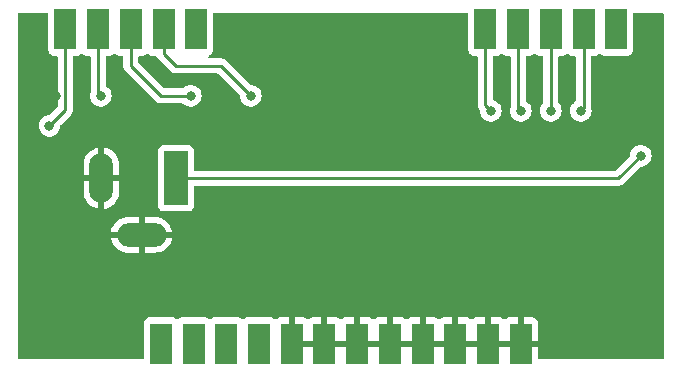
<source format=gbl>
%TF.GenerationSoftware,KiCad,Pcbnew,6.0.6-1.fc36*%
%TF.CreationDate,2022-07-20T00:31:47+02:00*%
%TF.ProjectId,atari-lpt-joysticks,61746172-692d-46c7-9074-2d6a6f797374,rev?*%
%TF.SameCoordinates,Original*%
%TF.FileFunction,Copper,L2,Bot*%
%TF.FilePolarity,Positive*%
%FSLAX46Y46*%
G04 Gerber Fmt 4.6, Leading zero omitted, Abs format (unit mm)*
G04 Created by KiCad (PCBNEW 6.0.6-1.fc36) date 2022-07-20 00:31:47*
%MOMM*%
%LPD*%
G01*
G04 APERTURE LIST*
%TA.AperFunction,SMDPad,CuDef*%
%ADD10R,1.846667X3.480000*%
%TD*%
%TA.AperFunction,ComponentPad*%
%ADD11R,2.000000X4.600000*%
%TD*%
%TA.AperFunction,ComponentPad*%
%ADD12O,2.000000X4.200000*%
%TD*%
%TA.AperFunction,ComponentPad*%
%ADD13O,4.200000X2.000000*%
%TD*%
%TA.AperFunction,ViaPad*%
%ADD14C,0.800000*%
%TD*%
%TA.AperFunction,Conductor*%
%ADD15C,0.250000*%
%TD*%
G04 APERTURE END LIST*
D10*
%TO.P,Joystick-3,1,1*%
%TO.N,Net-(Joystick-3-Pad1)*%
X93520000Y-65482500D03*
%TO.P,Joystick-3,2,2*%
%TO.N,Net-(Joystick-3-Pad2)*%
X96290000Y-65482500D03*
%TO.P,Joystick-3,3,3*%
%TO.N,Net-(Joystick-3-Pad3)*%
X99060000Y-65482500D03*
%TO.P,Joystick-3,4,4*%
%TO.N,Net-(Joystick-3-Pad4)*%
X101830000Y-65482500D03*
%TO.P,Joystick-3,5,5*%
%TO.N,unconnected-(Joystick-3-Pad5)*%
X104600000Y-65482500D03*
%TD*%
%TO.P,Joystick-4,1,1*%
%TO.N,Net-(Joystick-4-Pad1)*%
X129080000Y-65482500D03*
%TO.P,Joystick-4,2,2*%
%TO.N,Net-(Joystick-4-Pad2)*%
X131850000Y-65482500D03*
%TO.P,Joystick-4,3,3*%
%TO.N,Net-(Joystick-4-Pad3)*%
X134620000Y-65482500D03*
%TO.P,Joystick-4,4,4*%
%TO.N,Net-(Joystick-4-Pad4)*%
X137390000Y-65482500D03*
%TO.P,Joystick-4,5,5*%
%TO.N,unconnected-(Joystick-4-Pad5)*%
X140160000Y-65482500D03*
%TD*%
%TO.P,J1,14,P14*%
%TO.N,unconnected-(J1-Pad14)*%
X101605000Y-92097500D03*
%TO.P,J1,15,P15*%
%TO.N,unconnected-(J1-Pad15)*%
X104375000Y-92097500D03*
%TO.P,J1,16,P16*%
%TO.N,unconnected-(J1-Pad16)*%
X107145000Y-92097500D03*
%TO.P,J1,17,P17*%
%TO.N,unconnected-(J1-Pad17)*%
X109915000Y-92097500D03*
%TO.P,J1,18,P18*%
%TO.N,GND*%
X112685000Y-92097500D03*
%TO.P,J1,19,P19*%
X115455000Y-92097500D03*
%TO.P,J1,20,P20*%
X118225000Y-92097500D03*
%TO.P,J1,21,P21*%
X120995000Y-92097500D03*
%TO.P,J1,22,P22*%
X123765000Y-92097500D03*
%TO.P,J1,23,P23*%
X126535000Y-92097500D03*
%TO.P,J1,24,P24*%
X129305000Y-92097500D03*
%TO.P,J1,25,P25*%
X132075000Y-92097500D03*
%TD*%
D11*
%TO.P,J2,1*%
%TO.N,Net-(Joystick-3-Pad7)*%
X102870000Y-78090000D03*
D12*
%TO.P,J2,2*%
%TO.N,GND*%
X96570000Y-78090000D03*
D13*
%TO.P,J2,3*%
X99970000Y-82890000D03*
%TD*%
D14*
%TO.N,GND*%
X140962549Y-73656031D03*
X133350000Y-69850000D03*
X95250000Y-68580000D03*
X92710000Y-71120000D03*
X135890000Y-68580000D03*
%TO.N,Net-(Joystick-4-Pad4)*%
X137160000Y-72390000D03*
%TO.N,Net-(Joystick-3-Pad1)*%
X92164500Y-73660000D03*
%TO.N,Net-(Joystick-3-Pad4)*%
X109220000Y-71120000D03*
%TO.N,Net-(Joystick-3-Pad3)*%
X104140000Y-71120000D03*
%TO.N,Net-(Joystick-3-Pad2)*%
X96520000Y-71120000D03*
%TO.N,Net-(Joystick-3-Pad7)*%
X142240000Y-76200000D03*
%TO.N,Net-(Joystick-4-Pad3)*%
X134620000Y-72390000D03*
%TO.N,Net-(Joystick-4-Pad2)*%
X132080000Y-72390000D03*
%TO.N,Net-(Joystick-4-Pad1)*%
X129540000Y-72390000D03*
%TO.N,GND*%
X106680000Y-81280000D03*
X113030000Y-81280000D03*
X92710000Y-91440000D03*
X110490000Y-81280000D03*
X128270000Y-83820000D03*
X121920000Y-86360000D03*
X119380000Y-83820000D03*
X113030000Y-76200000D03*
X96520000Y-87630000D03*
X135890000Y-88900000D03*
X132080000Y-85090000D03*
%TD*%
D15*
%TO.N,Net-(Joystick-3-Pad1)*%
X92164500Y-73660000D02*
X93520000Y-72304500D01*
X93520000Y-72304500D02*
X93520000Y-65482500D01*
%TO.N,Net-(Joystick-3-Pad4)*%
X106680000Y-68580000D02*
X102870000Y-68580000D01*
X102870000Y-68580000D02*
X101830000Y-67540000D01*
X101830000Y-67540000D02*
X101830000Y-65482500D01*
%TO.N,Net-(Joystick-4-Pad4)*%
X137160000Y-72390000D02*
X137390000Y-72160000D01*
X137390000Y-72160000D02*
X137390000Y-65482500D01*
%TO.N,Net-(Joystick-4-Pad3)*%
X134620000Y-72390000D02*
X134620000Y-65482500D01*
%TO.N,Net-(Joystick-4-Pad2)*%
X132080000Y-72390000D02*
X131850000Y-72160000D01*
X131850000Y-72160000D02*
X131850000Y-65482500D01*
%TO.N,Net-(Joystick-4-Pad1)*%
X129540000Y-72390000D02*
X129080000Y-71930000D01*
X129080000Y-71930000D02*
X129080000Y-65482500D01*
%TO.N,Net-(Joystick-3-Pad4)*%
X106680000Y-68580000D02*
X109220000Y-71120000D01*
%TO.N,Net-(Joystick-3-Pad3)*%
X101600000Y-71120000D02*
X99060000Y-68580000D01*
X104140000Y-71120000D02*
X101600000Y-71120000D01*
X99060000Y-68580000D02*
X99060000Y-65482500D01*
%TO.N,Net-(Joystick-3-Pad2)*%
X96520000Y-71120000D02*
X96290000Y-70890000D01*
X96290000Y-70890000D02*
X96290000Y-65482500D01*
%TO.N,Net-(Joystick-3-Pad7)*%
X140350000Y-78090000D02*
X142240000Y-76200000D01*
X102870000Y-78090000D02*
X140350000Y-78090000D01*
%TD*%
%TA.AperFunction,Conductor*%
%TO.N,GND*%
G36*
X92030288Y-64103502D02*
G01*
X92076781Y-64157158D01*
X92088167Y-64209500D01*
X92088167Y-67270634D01*
X92094922Y-67332816D01*
X92146052Y-67469205D01*
X92233406Y-67585761D01*
X92349962Y-67673115D01*
X92486351Y-67724245D01*
X92548533Y-67731000D01*
X92760500Y-67731000D01*
X92828621Y-67751002D01*
X92875114Y-67804658D01*
X92886500Y-67857000D01*
X92886500Y-71989905D01*
X92866498Y-72058026D01*
X92849595Y-72079000D01*
X92214000Y-72714595D01*
X92151688Y-72748621D01*
X92124905Y-72751500D01*
X92069013Y-72751500D01*
X92062561Y-72752872D01*
X92062556Y-72752872D01*
X91994779Y-72767279D01*
X91882212Y-72791206D01*
X91876182Y-72793891D01*
X91876181Y-72793891D01*
X91713778Y-72866197D01*
X91713776Y-72866198D01*
X91707748Y-72868882D01*
X91553247Y-72981134D01*
X91548826Y-72986044D01*
X91548825Y-72986045D01*
X91470757Y-73072749D01*
X91425460Y-73123056D01*
X91329973Y-73288444D01*
X91270958Y-73470072D01*
X91250996Y-73660000D01*
X91270958Y-73849928D01*
X91329973Y-74031556D01*
X91425460Y-74196944D01*
X91553247Y-74338866D01*
X91707748Y-74451118D01*
X91713776Y-74453802D01*
X91713778Y-74453803D01*
X91876181Y-74526109D01*
X91882212Y-74528794D01*
X91975613Y-74548647D01*
X92062556Y-74567128D01*
X92062561Y-74567128D01*
X92069013Y-74568500D01*
X92259987Y-74568500D01*
X92266439Y-74567128D01*
X92266444Y-74567128D01*
X92353387Y-74548647D01*
X92446788Y-74528794D01*
X92452819Y-74526109D01*
X92615222Y-74453803D01*
X92615224Y-74453802D01*
X92621252Y-74451118D01*
X92775753Y-74338866D01*
X92903540Y-74196944D01*
X92999027Y-74031556D01*
X93058042Y-73849928D01*
X93075407Y-73684706D01*
X93102420Y-73619050D01*
X93111622Y-73608782D01*
X93912247Y-72808157D01*
X93920537Y-72800613D01*
X93927018Y-72796500D01*
X93973659Y-72746832D01*
X93976413Y-72743991D01*
X93996134Y-72724270D01*
X93998612Y-72721075D01*
X94006318Y-72712053D01*
X94031158Y-72685601D01*
X94036586Y-72679821D01*
X94046346Y-72662068D01*
X94057199Y-72645545D01*
X94064753Y-72635806D01*
X94069613Y-72629541D01*
X94087176Y-72588957D01*
X94092383Y-72578327D01*
X94113695Y-72539560D01*
X94115666Y-72531883D01*
X94115668Y-72531878D01*
X94118732Y-72519942D01*
X94125138Y-72501230D01*
X94130034Y-72489917D01*
X94133181Y-72482645D01*
X94140097Y-72438981D01*
X94142504Y-72427360D01*
X94151528Y-72392211D01*
X94151528Y-72392210D01*
X94153500Y-72384530D01*
X94153500Y-72364269D01*
X94155051Y-72344558D01*
X94156979Y-72332385D01*
X94158219Y-72324557D01*
X94154059Y-72280546D01*
X94153500Y-72268689D01*
X94153500Y-67857000D01*
X94173502Y-67788879D01*
X94227158Y-67742386D01*
X94279500Y-67731000D01*
X94491467Y-67731000D01*
X94553649Y-67724245D01*
X94690038Y-67673115D01*
X94806594Y-67585761D01*
X94811975Y-67578581D01*
X94815905Y-67574651D01*
X94878217Y-67540625D01*
X94949032Y-67545690D01*
X94994095Y-67574651D01*
X94998025Y-67578581D01*
X95003406Y-67585761D01*
X95119962Y-67673115D01*
X95256351Y-67724245D01*
X95318533Y-67731000D01*
X95530500Y-67731000D01*
X95598621Y-67751002D01*
X95645114Y-67804658D01*
X95656500Y-67857000D01*
X95656500Y-70811233D01*
X95655972Y-70822420D01*
X95654298Y-70829909D01*
X95654463Y-70835153D01*
X95649476Y-70859228D01*
X95628500Y-70923786D01*
X95626458Y-70930072D01*
X95606496Y-71120000D01*
X95626458Y-71309928D01*
X95685473Y-71491556D01*
X95688776Y-71497278D01*
X95688777Y-71497279D01*
X95702591Y-71521206D01*
X95780960Y-71656944D01*
X95785378Y-71661851D01*
X95785379Y-71661852D01*
X95872148Y-71758219D01*
X95908747Y-71798866D01*
X96063248Y-71911118D01*
X96069276Y-71913802D01*
X96069278Y-71913803D01*
X96217421Y-71979760D01*
X96237712Y-71988794D01*
X96331112Y-72008647D01*
X96418056Y-72027128D01*
X96418061Y-72027128D01*
X96424513Y-72028500D01*
X96615487Y-72028500D01*
X96621939Y-72027128D01*
X96621944Y-72027128D01*
X96708888Y-72008647D01*
X96802288Y-71988794D01*
X96822579Y-71979760D01*
X96970722Y-71913803D01*
X96970724Y-71913802D01*
X96976752Y-71911118D01*
X97131253Y-71798866D01*
X97167852Y-71758219D01*
X97254621Y-71661852D01*
X97254622Y-71661851D01*
X97259040Y-71656944D01*
X97337409Y-71521206D01*
X97351223Y-71497279D01*
X97351224Y-71497278D01*
X97354527Y-71491556D01*
X97413542Y-71309928D01*
X97433504Y-71120000D01*
X97413542Y-70930072D01*
X97354527Y-70748444D01*
X97259040Y-70583056D01*
X97131253Y-70441134D01*
X96976752Y-70328882D01*
X96978319Y-70326725D01*
X96937509Y-70283928D01*
X96923500Y-70226188D01*
X96923500Y-67857000D01*
X96943502Y-67788879D01*
X96997158Y-67742386D01*
X97049500Y-67731000D01*
X97261467Y-67731000D01*
X97323649Y-67724245D01*
X97460038Y-67673115D01*
X97576594Y-67585761D01*
X97581975Y-67578581D01*
X97585905Y-67574651D01*
X97648217Y-67540625D01*
X97719032Y-67545690D01*
X97764095Y-67574651D01*
X97768025Y-67578581D01*
X97773406Y-67585761D01*
X97889962Y-67673115D01*
X98026351Y-67724245D01*
X98088533Y-67731000D01*
X98300500Y-67731000D01*
X98368621Y-67751002D01*
X98415114Y-67804658D01*
X98426500Y-67857000D01*
X98426500Y-68501233D01*
X98425973Y-68512416D01*
X98424298Y-68519909D01*
X98424547Y-68527835D01*
X98424547Y-68527836D01*
X98426438Y-68587986D01*
X98426500Y-68591945D01*
X98426500Y-68619856D01*
X98426997Y-68623790D01*
X98426997Y-68623791D01*
X98427005Y-68623856D01*
X98427938Y-68635693D01*
X98429327Y-68679889D01*
X98434978Y-68699339D01*
X98438987Y-68718700D01*
X98441526Y-68738797D01*
X98444445Y-68746168D01*
X98444445Y-68746170D01*
X98457804Y-68779912D01*
X98461649Y-68791142D01*
X98473982Y-68833593D01*
X98478015Y-68840412D01*
X98478017Y-68840417D01*
X98484293Y-68851028D01*
X98492988Y-68868776D01*
X98500448Y-68887617D01*
X98505110Y-68894033D01*
X98505110Y-68894034D01*
X98526436Y-68923387D01*
X98532952Y-68933307D01*
X98555458Y-68971362D01*
X98569779Y-68985683D01*
X98582619Y-69000716D01*
X98594528Y-69017107D01*
X98600634Y-69022158D01*
X98628605Y-69045298D01*
X98637384Y-69053288D01*
X101096343Y-71512247D01*
X101103887Y-71520537D01*
X101108000Y-71527018D01*
X101113777Y-71532443D01*
X101157667Y-71573658D01*
X101160509Y-71576413D01*
X101180230Y-71596134D01*
X101183425Y-71598612D01*
X101192447Y-71606318D01*
X101224679Y-71636586D01*
X101231628Y-71640406D01*
X101242432Y-71646346D01*
X101258956Y-71657199D01*
X101274959Y-71669613D01*
X101315543Y-71687176D01*
X101326173Y-71692383D01*
X101364940Y-71713695D01*
X101372617Y-71715666D01*
X101372622Y-71715668D01*
X101384558Y-71718732D01*
X101403266Y-71725137D01*
X101421855Y-71733181D01*
X101429680Y-71734420D01*
X101429682Y-71734421D01*
X101465519Y-71740097D01*
X101477140Y-71742504D01*
X101512289Y-71751528D01*
X101519970Y-71753500D01*
X101540231Y-71753500D01*
X101559940Y-71755051D01*
X101579943Y-71758219D01*
X101587835Y-71757473D01*
X101593062Y-71756979D01*
X101623954Y-71754059D01*
X101635811Y-71753500D01*
X103431800Y-71753500D01*
X103499921Y-71773502D01*
X103519147Y-71789843D01*
X103519420Y-71789540D01*
X103524332Y-71793963D01*
X103528747Y-71798866D01*
X103550329Y-71814546D01*
X103617148Y-71863093D01*
X103683248Y-71911118D01*
X103689276Y-71913802D01*
X103689278Y-71913803D01*
X103837421Y-71979760D01*
X103857712Y-71988794D01*
X103951112Y-72008647D01*
X104038056Y-72027128D01*
X104038061Y-72027128D01*
X104044513Y-72028500D01*
X104235487Y-72028500D01*
X104241939Y-72027128D01*
X104241944Y-72027128D01*
X104328888Y-72008647D01*
X104422288Y-71988794D01*
X104442579Y-71979760D01*
X104590722Y-71913803D01*
X104590724Y-71913802D01*
X104596752Y-71911118D01*
X104751253Y-71798866D01*
X104787852Y-71758219D01*
X104874621Y-71661852D01*
X104874622Y-71661851D01*
X104879040Y-71656944D01*
X104957409Y-71521206D01*
X104971223Y-71497279D01*
X104971224Y-71497278D01*
X104974527Y-71491556D01*
X105033542Y-71309928D01*
X105053504Y-71120000D01*
X105033542Y-70930072D01*
X104974527Y-70748444D01*
X104879040Y-70583056D01*
X104751253Y-70441134D01*
X104596752Y-70328882D01*
X104590724Y-70326198D01*
X104590722Y-70326197D01*
X104428319Y-70253891D01*
X104428318Y-70253891D01*
X104422288Y-70251206D01*
X104328888Y-70231353D01*
X104241944Y-70212872D01*
X104241939Y-70212872D01*
X104235487Y-70211500D01*
X104044513Y-70211500D01*
X104038061Y-70212872D01*
X104038056Y-70212872D01*
X103951112Y-70231353D01*
X103857712Y-70251206D01*
X103851682Y-70253891D01*
X103851681Y-70253891D01*
X103689278Y-70326197D01*
X103689276Y-70326198D01*
X103683248Y-70328882D01*
X103528747Y-70441134D01*
X103524332Y-70446037D01*
X103519420Y-70450460D01*
X103518295Y-70449211D01*
X103464986Y-70482051D01*
X103431800Y-70486500D01*
X101914595Y-70486500D01*
X101846474Y-70466498D01*
X101825500Y-70449595D01*
X99730405Y-68354500D01*
X99696379Y-68292188D01*
X99693500Y-68265405D01*
X99693500Y-67857000D01*
X99713502Y-67788879D01*
X99767158Y-67742386D01*
X99819500Y-67731000D01*
X100031467Y-67731000D01*
X100093649Y-67724245D01*
X100230038Y-67673115D01*
X100346594Y-67585761D01*
X100351975Y-67578581D01*
X100355905Y-67574651D01*
X100418217Y-67540625D01*
X100489032Y-67545690D01*
X100534095Y-67574651D01*
X100538025Y-67578581D01*
X100543406Y-67585761D01*
X100659962Y-67673115D01*
X100796351Y-67724245D01*
X100858533Y-67731000D01*
X101135212Y-67731000D01*
X101203333Y-67751002D01*
X101240991Y-67795361D01*
X101243981Y-67793592D01*
X101254293Y-67811028D01*
X101262988Y-67828776D01*
X101270448Y-67847617D01*
X101275110Y-67854033D01*
X101275110Y-67854034D01*
X101296436Y-67883387D01*
X101302952Y-67893307D01*
X101325458Y-67931362D01*
X101339779Y-67945683D01*
X101352619Y-67960716D01*
X101364528Y-67977107D01*
X101370632Y-67982157D01*
X101370637Y-67982162D01*
X101398598Y-68005293D01*
X101407379Y-68013283D01*
X102366353Y-68972258D01*
X102373887Y-68980537D01*
X102378000Y-68987018D01*
X102403213Y-69010694D01*
X102427651Y-69033643D01*
X102430493Y-69036398D01*
X102450230Y-69056135D01*
X102453427Y-69058615D01*
X102462447Y-69066318D01*
X102494679Y-69096586D01*
X102501625Y-69100405D01*
X102501628Y-69100407D01*
X102512434Y-69106348D01*
X102528953Y-69117199D01*
X102544959Y-69129614D01*
X102552228Y-69132759D01*
X102552232Y-69132762D01*
X102585537Y-69147174D01*
X102596187Y-69152391D01*
X102634940Y-69173695D01*
X102642615Y-69175666D01*
X102642616Y-69175666D01*
X102654562Y-69178733D01*
X102673267Y-69185137D01*
X102691855Y-69193181D01*
X102699678Y-69194420D01*
X102699688Y-69194423D01*
X102735524Y-69200099D01*
X102747144Y-69202505D01*
X102782289Y-69211528D01*
X102789970Y-69213500D01*
X102810224Y-69213500D01*
X102829934Y-69215051D01*
X102849943Y-69218220D01*
X102857835Y-69217474D01*
X102893961Y-69214059D01*
X102905819Y-69213500D01*
X106365406Y-69213500D01*
X106433527Y-69233502D01*
X106454501Y-69250405D01*
X108272878Y-71068782D01*
X108306904Y-71131094D01*
X108309092Y-71144703D01*
X108326458Y-71309928D01*
X108385473Y-71491556D01*
X108388776Y-71497278D01*
X108388777Y-71497279D01*
X108402591Y-71521206D01*
X108480960Y-71656944D01*
X108485378Y-71661851D01*
X108485379Y-71661852D01*
X108572148Y-71758219D01*
X108608747Y-71798866D01*
X108763248Y-71911118D01*
X108769276Y-71913802D01*
X108769278Y-71913803D01*
X108917421Y-71979760D01*
X108937712Y-71988794D01*
X109031112Y-72008647D01*
X109118056Y-72027128D01*
X109118061Y-72027128D01*
X109124513Y-72028500D01*
X109315487Y-72028500D01*
X109321939Y-72027128D01*
X109321944Y-72027128D01*
X109408888Y-72008647D01*
X109502288Y-71988794D01*
X109522579Y-71979760D01*
X109670722Y-71913803D01*
X109670724Y-71913802D01*
X109676752Y-71911118D01*
X109831253Y-71798866D01*
X109867852Y-71758219D01*
X109954621Y-71661852D01*
X109954622Y-71661851D01*
X109959040Y-71656944D01*
X110037409Y-71521206D01*
X110051223Y-71497279D01*
X110051224Y-71497278D01*
X110054527Y-71491556D01*
X110113542Y-71309928D01*
X110133504Y-71120000D01*
X110113542Y-70930072D01*
X110054527Y-70748444D01*
X109959040Y-70583056D01*
X109831253Y-70441134D01*
X109676752Y-70328882D01*
X109670724Y-70326198D01*
X109670722Y-70326197D01*
X109508319Y-70253891D01*
X109508318Y-70253891D01*
X109502288Y-70251206D01*
X109408888Y-70231353D01*
X109321944Y-70212872D01*
X109321939Y-70212872D01*
X109315487Y-70211500D01*
X109259595Y-70211500D01*
X109191474Y-70191498D01*
X109170500Y-70174595D01*
X107183652Y-68187747D01*
X107176112Y-68179461D01*
X107172000Y-68172982D01*
X107122348Y-68126356D01*
X107119507Y-68123602D01*
X107099770Y-68103865D01*
X107096573Y-68101385D01*
X107087551Y-68093680D01*
X107061100Y-68068841D01*
X107055321Y-68063414D01*
X107048375Y-68059595D01*
X107048372Y-68059593D01*
X107037566Y-68053652D01*
X107021047Y-68042801D01*
X107020583Y-68042441D01*
X107005041Y-68030386D01*
X106997772Y-68027241D01*
X106997768Y-68027238D01*
X106964463Y-68012826D01*
X106953813Y-68007609D01*
X106915060Y-67986305D01*
X106895437Y-67981267D01*
X106876734Y-67974863D01*
X106865420Y-67969967D01*
X106865419Y-67969967D01*
X106858145Y-67966819D01*
X106850322Y-67965580D01*
X106850312Y-67965577D01*
X106814476Y-67959901D01*
X106802856Y-67957495D01*
X106767711Y-67948472D01*
X106767710Y-67948472D01*
X106760030Y-67946500D01*
X106739776Y-67946500D01*
X106720065Y-67944949D01*
X106707886Y-67943020D01*
X106700057Y-67941780D01*
X106692165Y-67942526D01*
X106656039Y-67945941D01*
X106644181Y-67946500D01*
X105735836Y-67946500D01*
X105667715Y-67926498D01*
X105621222Y-67872842D01*
X105611118Y-67802568D01*
X105640612Y-67737988D01*
X105691606Y-67702518D01*
X105761630Y-67676267D01*
X105770038Y-67673115D01*
X105886594Y-67585761D01*
X105973948Y-67469205D01*
X106025078Y-67332816D01*
X106031833Y-67270634D01*
X106031833Y-64209500D01*
X106051835Y-64141379D01*
X106105491Y-64094886D01*
X106157833Y-64083500D01*
X127522167Y-64083500D01*
X127590288Y-64103502D01*
X127636781Y-64157158D01*
X127648167Y-64209500D01*
X127648167Y-67270634D01*
X127654922Y-67332816D01*
X127706052Y-67469205D01*
X127793406Y-67585761D01*
X127909962Y-67673115D01*
X128046351Y-67724245D01*
X128108533Y-67731000D01*
X128320500Y-67731000D01*
X128388621Y-67751002D01*
X128435114Y-67804658D01*
X128446500Y-67857000D01*
X128446500Y-71851233D01*
X128445973Y-71862416D01*
X128444298Y-71869909D01*
X128444547Y-71877835D01*
X128444547Y-71877836D01*
X128446438Y-71937986D01*
X128446500Y-71941945D01*
X128446500Y-71969856D01*
X128446997Y-71973790D01*
X128446997Y-71973791D01*
X128447005Y-71973856D01*
X128447938Y-71985693D01*
X128449327Y-72029889D01*
X128454978Y-72049339D01*
X128458987Y-72068700D01*
X128461526Y-72088797D01*
X128464445Y-72096168D01*
X128464445Y-72096170D01*
X128477804Y-72129912D01*
X128481649Y-72141142D01*
X128493982Y-72183593D01*
X128498015Y-72190412D01*
X128498017Y-72190417D01*
X128504293Y-72201028D01*
X128512988Y-72218776D01*
X128520448Y-72237617D01*
X128525110Y-72244033D01*
X128525110Y-72244034D01*
X128546436Y-72273387D01*
X128552952Y-72283307D01*
X128575458Y-72321362D01*
X128589779Y-72335683D01*
X128602618Y-72350715D01*
X128605860Y-72355177D01*
X128629236Y-72416070D01*
X128638187Y-72501230D01*
X128646458Y-72579928D01*
X128705473Y-72761556D01*
X128708776Y-72767278D01*
X128708777Y-72767279D01*
X128722591Y-72791206D01*
X128800960Y-72926944D01*
X128805378Y-72931851D01*
X128805379Y-72931852D01*
X128849753Y-72981134D01*
X128928747Y-73068866D01*
X129083248Y-73181118D01*
X129089276Y-73183802D01*
X129089278Y-73183803D01*
X129251681Y-73256109D01*
X129257712Y-73258794D01*
X129351113Y-73278647D01*
X129438056Y-73297128D01*
X129438061Y-73297128D01*
X129444513Y-73298500D01*
X129635487Y-73298500D01*
X129641939Y-73297128D01*
X129641944Y-73297128D01*
X129728887Y-73278647D01*
X129822288Y-73258794D01*
X129828319Y-73256109D01*
X129990722Y-73183803D01*
X129990724Y-73183802D01*
X129996752Y-73181118D01*
X130151253Y-73068866D01*
X130230247Y-72981134D01*
X130274621Y-72931852D01*
X130274622Y-72931851D01*
X130279040Y-72926944D01*
X130357409Y-72791206D01*
X130371223Y-72767279D01*
X130371224Y-72767278D01*
X130374527Y-72761556D01*
X130433542Y-72579928D01*
X130441814Y-72501230D01*
X130452814Y-72396565D01*
X130453504Y-72390000D01*
X130447795Y-72335683D01*
X130434232Y-72206635D01*
X130434232Y-72206633D01*
X130433542Y-72200072D01*
X130374527Y-72018444D01*
X130279040Y-71853056D01*
X130233744Y-71802749D01*
X130155675Y-71716045D01*
X130155674Y-71716044D01*
X130151253Y-71711134D01*
X129996752Y-71598882D01*
X129990724Y-71596198D01*
X129990722Y-71596197D01*
X129828319Y-71523891D01*
X129828318Y-71523891D01*
X129822288Y-71521206D01*
X129815827Y-71519833D01*
X129815825Y-71519832D01*
X129813301Y-71519295D01*
X129811982Y-71518583D01*
X129809548Y-71517792D01*
X129809693Y-71517347D01*
X129750828Y-71485566D01*
X129716508Y-71423416D01*
X129713500Y-71396049D01*
X129713500Y-67857000D01*
X129733502Y-67788879D01*
X129787158Y-67742386D01*
X129839500Y-67731000D01*
X130051467Y-67731000D01*
X130113649Y-67724245D01*
X130250038Y-67673115D01*
X130366594Y-67585761D01*
X130371975Y-67578581D01*
X130375905Y-67574651D01*
X130438217Y-67540625D01*
X130509032Y-67545690D01*
X130554095Y-67574651D01*
X130558025Y-67578581D01*
X130563406Y-67585761D01*
X130679962Y-67673115D01*
X130816351Y-67724245D01*
X130878533Y-67731000D01*
X131090500Y-67731000D01*
X131158621Y-67751002D01*
X131205114Y-67804658D01*
X131216500Y-67857000D01*
X131216500Y-72081233D01*
X131215972Y-72092420D01*
X131214298Y-72099909D01*
X131214463Y-72105153D01*
X131209476Y-72129228D01*
X131191812Y-72183593D01*
X131186458Y-72200072D01*
X131185768Y-72206635D01*
X131185767Y-72206642D01*
X131172205Y-72335683D01*
X131166496Y-72390000D01*
X131167186Y-72396565D01*
X131178187Y-72501230D01*
X131186458Y-72579928D01*
X131245473Y-72761556D01*
X131248776Y-72767278D01*
X131248777Y-72767279D01*
X131262591Y-72791206D01*
X131340960Y-72926944D01*
X131345378Y-72931851D01*
X131345379Y-72931852D01*
X131389753Y-72981134D01*
X131468747Y-73068866D01*
X131623248Y-73181118D01*
X131629276Y-73183802D01*
X131629278Y-73183803D01*
X131791681Y-73256109D01*
X131797712Y-73258794D01*
X131891113Y-73278647D01*
X131978056Y-73297128D01*
X131978061Y-73297128D01*
X131984513Y-73298500D01*
X132175487Y-73298500D01*
X132181939Y-73297128D01*
X132181944Y-73297128D01*
X132268887Y-73278647D01*
X132362288Y-73258794D01*
X132368319Y-73256109D01*
X132530722Y-73183803D01*
X132530724Y-73183802D01*
X132536752Y-73181118D01*
X132691253Y-73068866D01*
X132770247Y-72981134D01*
X132814621Y-72931852D01*
X132814622Y-72931851D01*
X132819040Y-72926944D01*
X132897409Y-72791206D01*
X132911223Y-72767279D01*
X132911224Y-72767278D01*
X132914527Y-72761556D01*
X132973542Y-72579928D01*
X132981814Y-72501230D01*
X132992814Y-72396565D01*
X132993504Y-72390000D01*
X132987795Y-72335683D01*
X132974232Y-72206635D01*
X132974232Y-72206633D01*
X132973542Y-72200072D01*
X132914527Y-72018444D01*
X132819040Y-71853056D01*
X132773744Y-71802749D01*
X132695675Y-71716045D01*
X132695674Y-71716044D01*
X132691253Y-71711134D01*
X132536752Y-71598882D01*
X132538319Y-71596725D01*
X132497509Y-71553928D01*
X132483500Y-71496188D01*
X132483500Y-67857000D01*
X132503502Y-67788879D01*
X132557158Y-67742386D01*
X132609500Y-67731000D01*
X132821467Y-67731000D01*
X132883649Y-67724245D01*
X133020038Y-67673115D01*
X133136594Y-67585761D01*
X133141975Y-67578581D01*
X133145905Y-67574651D01*
X133208217Y-67540625D01*
X133279032Y-67545690D01*
X133324095Y-67574651D01*
X133328025Y-67578581D01*
X133333406Y-67585761D01*
X133449962Y-67673115D01*
X133586351Y-67724245D01*
X133648533Y-67731000D01*
X133860500Y-67731000D01*
X133928621Y-67751002D01*
X133975114Y-67804658D01*
X133986500Y-67857000D01*
X133986500Y-71687476D01*
X133966498Y-71755597D01*
X133954142Y-71771779D01*
X133880960Y-71853056D01*
X133785473Y-72018444D01*
X133726458Y-72200072D01*
X133725768Y-72206633D01*
X133725768Y-72206635D01*
X133712205Y-72335683D01*
X133706496Y-72390000D01*
X133707186Y-72396565D01*
X133718187Y-72501230D01*
X133726458Y-72579928D01*
X133785473Y-72761556D01*
X133788776Y-72767278D01*
X133788777Y-72767279D01*
X133802591Y-72791206D01*
X133880960Y-72926944D01*
X133885378Y-72931851D01*
X133885379Y-72931852D01*
X133929753Y-72981134D01*
X134008747Y-73068866D01*
X134163248Y-73181118D01*
X134169276Y-73183802D01*
X134169278Y-73183803D01*
X134331681Y-73256109D01*
X134337712Y-73258794D01*
X134431113Y-73278647D01*
X134518056Y-73297128D01*
X134518061Y-73297128D01*
X134524513Y-73298500D01*
X134715487Y-73298500D01*
X134721939Y-73297128D01*
X134721944Y-73297128D01*
X134808887Y-73278647D01*
X134902288Y-73258794D01*
X134908319Y-73256109D01*
X135070722Y-73183803D01*
X135070724Y-73183802D01*
X135076752Y-73181118D01*
X135231253Y-73068866D01*
X135310247Y-72981134D01*
X135354621Y-72931852D01*
X135354622Y-72931851D01*
X135359040Y-72926944D01*
X135437409Y-72791206D01*
X135451223Y-72767279D01*
X135451224Y-72767278D01*
X135454527Y-72761556D01*
X135513542Y-72579928D01*
X135521814Y-72501230D01*
X135532814Y-72396565D01*
X135533504Y-72390000D01*
X135527795Y-72335683D01*
X135514232Y-72206635D01*
X135514232Y-72206633D01*
X135513542Y-72200072D01*
X135454527Y-72018444D01*
X135359040Y-71853056D01*
X135285863Y-71771785D01*
X135255147Y-71707779D01*
X135253500Y-71687476D01*
X135253500Y-67857000D01*
X135273502Y-67788879D01*
X135327158Y-67742386D01*
X135379500Y-67731000D01*
X135591467Y-67731000D01*
X135653649Y-67724245D01*
X135790038Y-67673115D01*
X135906594Y-67585761D01*
X135911975Y-67578581D01*
X135915905Y-67574651D01*
X135978217Y-67540625D01*
X136049032Y-67545690D01*
X136094095Y-67574651D01*
X136098025Y-67578581D01*
X136103406Y-67585761D01*
X136219962Y-67673115D01*
X136356351Y-67724245D01*
X136418533Y-67731000D01*
X136630500Y-67731000D01*
X136698621Y-67751002D01*
X136745114Y-67804658D01*
X136756500Y-67857000D01*
X136756500Y-71496188D01*
X136736498Y-71564309D01*
X136702016Y-71597186D01*
X136703248Y-71598882D01*
X136548747Y-71711134D01*
X136544326Y-71716044D01*
X136544325Y-71716045D01*
X136466257Y-71802749D01*
X136420960Y-71853056D01*
X136325473Y-72018444D01*
X136266458Y-72200072D01*
X136265768Y-72206633D01*
X136265768Y-72206635D01*
X136252205Y-72335683D01*
X136246496Y-72390000D01*
X136247186Y-72396565D01*
X136258187Y-72501230D01*
X136266458Y-72579928D01*
X136325473Y-72761556D01*
X136328776Y-72767278D01*
X136328777Y-72767279D01*
X136342591Y-72791206D01*
X136420960Y-72926944D01*
X136425378Y-72931851D01*
X136425379Y-72931852D01*
X136469753Y-72981134D01*
X136548747Y-73068866D01*
X136703248Y-73181118D01*
X136709276Y-73183802D01*
X136709278Y-73183803D01*
X136871681Y-73256109D01*
X136877712Y-73258794D01*
X136971113Y-73278647D01*
X137058056Y-73297128D01*
X137058061Y-73297128D01*
X137064513Y-73298500D01*
X137255487Y-73298500D01*
X137261939Y-73297128D01*
X137261944Y-73297128D01*
X137348887Y-73278647D01*
X137442288Y-73258794D01*
X137448319Y-73256109D01*
X137610722Y-73183803D01*
X137610724Y-73183802D01*
X137616752Y-73181118D01*
X137771253Y-73068866D01*
X137850247Y-72981134D01*
X137894621Y-72931852D01*
X137894622Y-72931851D01*
X137899040Y-72926944D01*
X137977409Y-72791206D01*
X137991223Y-72767279D01*
X137991224Y-72767278D01*
X137994527Y-72761556D01*
X138053542Y-72579928D01*
X138061814Y-72501230D01*
X138072814Y-72396565D01*
X138073504Y-72390000D01*
X138067795Y-72335683D01*
X138054232Y-72206635D01*
X138054232Y-72206633D01*
X138053542Y-72200072D01*
X138029667Y-72126593D01*
X138023500Y-72087657D01*
X138023500Y-67857000D01*
X138043502Y-67788879D01*
X138097158Y-67742386D01*
X138149500Y-67731000D01*
X138361467Y-67731000D01*
X138423649Y-67724245D01*
X138560038Y-67673115D01*
X138676594Y-67585761D01*
X138681975Y-67578581D01*
X138685905Y-67574651D01*
X138748217Y-67540625D01*
X138819032Y-67545690D01*
X138864095Y-67574651D01*
X138868025Y-67578581D01*
X138873406Y-67585761D01*
X138989962Y-67673115D01*
X139126351Y-67724245D01*
X139188533Y-67731000D01*
X141131467Y-67731000D01*
X141193649Y-67724245D01*
X141330038Y-67673115D01*
X141446594Y-67585761D01*
X141533948Y-67469205D01*
X141585078Y-67332816D01*
X141591833Y-67270634D01*
X141591833Y-64209500D01*
X141611835Y-64141379D01*
X141665491Y-64094886D01*
X141717833Y-64083500D01*
X144070500Y-64083500D01*
X144138621Y-64103502D01*
X144185114Y-64157158D01*
X144196500Y-64209500D01*
X144196500Y-93270500D01*
X144176498Y-93338621D01*
X144122842Y-93385114D01*
X144070500Y-93396500D01*
X133632333Y-93396500D01*
X133564212Y-93376498D01*
X133517719Y-93322842D01*
X133506333Y-93270500D01*
X133506333Y-92369615D01*
X133501858Y-92354376D01*
X133500468Y-92353171D01*
X133492785Y-92351500D01*
X112557000Y-92351500D01*
X112488879Y-92331498D01*
X112442386Y-92277842D01*
X112431000Y-92225500D01*
X112431000Y-91825385D01*
X112939000Y-91825385D01*
X112943475Y-91840624D01*
X112944865Y-91841829D01*
X112952548Y-91843500D01*
X115182885Y-91843500D01*
X115198124Y-91839025D01*
X115199329Y-91837635D01*
X115201000Y-91829952D01*
X115201000Y-91825385D01*
X115709000Y-91825385D01*
X115713475Y-91840624D01*
X115714865Y-91841829D01*
X115722548Y-91843500D01*
X117952885Y-91843500D01*
X117968124Y-91839025D01*
X117969329Y-91837635D01*
X117971000Y-91829952D01*
X117971000Y-91825385D01*
X118479000Y-91825385D01*
X118483475Y-91840624D01*
X118484865Y-91841829D01*
X118492548Y-91843500D01*
X120722885Y-91843500D01*
X120738124Y-91839025D01*
X120739329Y-91837635D01*
X120741000Y-91829952D01*
X120741000Y-91825385D01*
X121249000Y-91825385D01*
X121253475Y-91840624D01*
X121254865Y-91841829D01*
X121262548Y-91843500D01*
X123492885Y-91843500D01*
X123508124Y-91839025D01*
X123509329Y-91837635D01*
X123511000Y-91829952D01*
X123511000Y-91825385D01*
X124019000Y-91825385D01*
X124023475Y-91840624D01*
X124024865Y-91841829D01*
X124032548Y-91843500D01*
X126262885Y-91843500D01*
X126278124Y-91839025D01*
X126279329Y-91837635D01*
X126281000Y-91829952D01*
X126281000Y-91825385D01*
X126789000Y-91825385D01*
X126793475Y-91840624D01*
X126794865Y-91841829D01*
X126802548Y-91843500D01*
X129032885Y-91843500D01*
X129048124Y-91839025D01*
X129049329Y-91837635D01*
X129051000Y-91829952D01*
X129051000Y-91825385D01*
X129559000Y-91825385D01*
X129563475Y-91840624D01*
X129564865Y-91841829D01*
X129572548Y-91843500D01*
X131802885Y-91843500D01*
X131818124Y-91839025D01*
X131819329Y-91837635D01*
X131821000Y-91829952D01*
X131821000Y-91825385D01*
X132329000Y-91825385D01*
X132333475Y-91840624D01*
X132334865Y-91841829D01*
X132342548Y-91843500D01*
X133488217Y-91843500D01*
X133503456Y-91839025D01*
X133504661Y-91837635D01*
X133506332Y-91829952D01*
X133506332Y-90312831D01*
X133505962Y-90306010D01*
X133500438Y-90255148D01*
X133496812Y-90239896D01*
X133451657Y-90119446D01*
X133443119Y-90103851D01*
X133366618Y-90001776D01*
X133354057Y-89989215D01*
X133251982Y-89912714D01*
X133236387Y-89904176D01*
X133115939Y-89859022D01*
X133100684Y-89855395D01*
X133049819Y-89849869D01*
X133043005Y-89849500D01*
X132347115Y-89849500D01*
X132331876Y-89853975D01*
X132330671Y-89855365D01*
X132329000Y-89863048D01*
X132329000Y-91825385D01*
X131821000Y-91825385D01*
X131821000Y-89867616D01*
X131816525Y-89852377D01*
X131815135Y-89851172D01*
X131807452Y-89849501D01*
X131106998Y-89849501D01*
X131100177Y-89849871D01*
X131049315Y-89855395D01*
X131034063Y-89859021D01*
X130913613Y-89904176D01*
X130898018Y-89912714D01*
X130795943Y-89989215D01*
X130779095Y-90006063D01*
X130716783Y-90040089D01*
X130645968Y-90035024D01*
X130600905Y-90006063D01*
X130584057Y-89989215D01*
X130481982Y-89912714D01*
X130466387Y-89904176D01*
X130345939Y-89859022D01*
X130330684Y-89855395D01*
X130279819Y-89849869D01*
X130273005Y-89849500D01*
X129577115Y-89849500D01*
X129561876Y-89853975D01*
X129560671Y-89855365D01*
X129559000Y-89863048D01*
X129559000Y-91825385D01*
X129051000Y-91825385D01*
X129051000Y-89867616D01*
X129046525Y-89852377D01*
X129045135Y-89851172D01*
X129037452Y-89849501D01*
X128336998Y-89849501D01*
X128330177Y-89849871D01*
X128279315Y-89855395D01*
X128264063Y-89859021D01*
X128143613Y-89904176D01*
X128128018Y-89912714D01*
X128025943Y-89989215D01*
X128009095Y-90006063D01*
X127946783Y-90040089D01*
X127875968Y-90035024D01*
X127830905Y-90006063D01*
X127814057Y-89989215D01*
X127711982Y-89912714D01*
X127696387Y-89904176D01*
X127575939Y-89859022D01*
X127560684Y-89855395D01*
X127509819Y-89849869D01*
X127503005Y-89849500D01*
X126807115Y-89849500D01*
X126791876Y-89853975D01*
X126790671Y-89855365D01*
X126789000Y-89863048D01*
X126789000Y-91825385D01*
X126281000Y-91825385D01*
X126281000Y-89867616D01*
X126276525Y-89852377D01*
X126275135Y-89851172D01*
X126267452Y-89849501D01*
X125566998Y-89849501D01*
X125560177Y-89849871D01*
X125509315Y-89855395D01*
X125494063Y-89859021D01*
X125373613Y-89904176D01*
X125358018Y-89912714D01*
X125255943Y-89989215D01*
X125239095Y-90006063D01*
X125176783Y-90040089D01*
X125105968Y-90035024D01*
X125060905Y-90006063D01*
X125044057Y-89989215D01*
X124941982Y-89912714D01*
X124926387Y-89904176D01*
X124805939Y-89859022D01*
X124790684Y-89855395D01*
X124739819Y-89849869D01*
X124733005Y-89849500D01*
X124037115Y-89849500D01*
X124021876Y-89853975D01*
X124020671Y-89855365D01*
X124019000Y-89863048D01*
X124019000Y-91825385D01*
X123511000Y-91825385D01*
X123511000Y-89867616D01*
X123506525Y-89852377D01*
X123505135Y-89851172D01*
X123497452Y-89849501D01*
X122796998Y-89849501D01*
X122790177Y-89849871D01*
X122739315Y-89855395D01*
X122724063Y-89859021D01*
X122603613Y-89904176D01*
X122588018Y-89912714D01*
X122485943Y-89989215D01*
X122469095Y-90006063D01*
X122406783Y-90040089D01*
X122335968Y-90035024D01*
X122290905Y-90006063D01*
X122274057Y-89989215D01*
X122171982Y-89912714D01*
X122156387Y-89904176D01*
X122035939Y-89859022D01*
X122020684Y-89855395D01*
X121969819Y-89849869D01*
X121963005Y-89849500D01*
X121267115Y-89849500D01*
X121251876Y-89853975D01*
X121250671Y-89855365D01*
X121249000Y-89863048D01*
X121249000Y-91825385D01*
X120741000Y-91825385D01*
X120741000Y-89867616D01*
X120736525Y-89852377D01*
X120735135Y-89851172D01*
X120727452Y-89849501D01*
X120026998Y-89849501D01*
X120020177Y-89849871D01*
X119969315Y-89855395D01*
X119954063Y-89859021D01*
X119833613Y-89904176D01*
X119818018Y-89912714D01*
X119715943Y-89989215D01*
X119699095Y-90006063D01*
X119636783Y-90040089D01*
X119565968Y-90035024D01*
X119520905Y-90006063D01*
X119504057Y-89989215D01*
X119401982Y-89912714D01*
X119386387Y-89904176D01*
X119265939Y-89859022D01*
X119250684Y-89855395D01*
X119199819Y-89849869D01*
X119193005Y-89849500D01*
X118497115Y-89849500D01*
X118481876Y-89853975D01*
X118480671Y-89855365D01*
X118479000Y-89863048D01*
X118479000Y-91825385D01*
X117971000Y-91825385D01*
X117971000Y-89867616D01*
X117966525Y-89852377D01*
X117965135Y-89851172D01*
X117957452Y-89849501D01*
X117256998Y-89849501D01*
X117250177Y-89849871D01*
X117199315Y-89855395D01*
X117184063Y-89859021D01*
X117063613Y-89904176D01*
X117048018Y-89912714D01*
X116945943Y-89989215D01*
X116929095Y-90006063D01*
X116866783Y-90040089D01*
X116795968Y-90035024D01*
X116750905Y-90006063D01*
X116734057Y-89989215D01*
X116631982Y-89912714D01*
X116616387Y-89904176D01*
X116495939Y-89859022D01*
X116480684Y-89855395D01*
X116429819Y-89849869D01*
X116423005Y-89849500D01*
X115727115Y-89849500D01*
X115711876Y-89853975D01*
X115710671Y-89855365D01*
X115709000Y-89863048D01*
X115709000Y-91825385D01*
X115201000Y-91825385D01*
X115201000Y-89867616D01*
X115196525Y-89852377D01*
X115195135Y-89851172D01*
X115187452Y-89849501D01*
X114486998Y-89849501D01*
X114480177Y-89849871D01*
X114429315Y-89855395D01*
X114414063Y-89859021D01*
X114293613Y-89904176D01*
X114278018Y-89912714D01*
X114175943Y-89989215D01*
X114159095Y-90006063D01*
X114096783Y-90040089D01*
X114025968Y-90035024D01*
X113980905Y-90006063D01*
X113964057Y-89989215D01*
X113861982Y-89912714D01*
X113846387Y-89904176D01*
X113725939Y-89859022D01*
X113710684Y-89855395D01*
X113659819Y-89849869D01*
X113653005Y-89849500D01*
X112957115Y-89849500D01*
X112941876Y-89853975D01*
X112940671Y-89855365D01*
X112939000Y-89863048D01*
X112939000Y-91825385D01*
X112431000Y-91825385D01*
X112431000Y-89867616D01*
X112426525Y-89852377D01*
X112425135Y-89851172D01*
X112417452Y-89849501D01*
X111716998Y-89849501D01*
X111710177Y-89849871D01*
X111659315Y-89855395D01*
X111644063Y-89859021D01*
X111523613Y-89904176D01*
X111508018Y-89912714D01*
X111405943Y-89989215D01*
X111389452Y-90005706D01*
X111327140Y-90039732D01*
X111256325Y-90034667D01*
X111211262Y-90005706D01*
X111206975Y-90001419D01*
X111201594Y-89994239D01*
X111085038Y-89906885D01*
X110948649Y-89855755D01*
X110886467Y-89849000D01*
X108943533Y-89849000D01*
X108881351Y-89855755D01*
X108744962Y-89906885D01*
X108628406Y-89994239D01*
X108623025Y-90001419D01*
X108619095Y-90005349D01*
X108556783Y-90039375D01*
X108485968Y-90034310D01*
X108440905Y-90005349D01*
X108436975Y-90001419D01*
X108431594Y-89994239D01*
X108315038Y-89906885D01*
X108178649Y-89855755D01*
X108116467Y-89849000D01*
X106173533Y-89849000D01*
X106111351Y-89855755D01*
X105974962Y-89906885D01*
X105858406Y-89994239D01*
X105853025Y-90001419D01*
X105849095Y-90005349D01*
X105786783Y-90039375D01*
X105715968Y-90034310D01*
X105670905Y-90005349D01*
X105666975Y-90001419D01*
X105661594Y-89994239D01*
X105545038Y-89906885D01*
X105408649Y-89855755D01*
X105346467Y-89849000D01*
X103403533Y-89849000D01*
X103341351Y-89855755D01*
X103204962Y-89906885D01*
X103088406Y-89994239D01*
X103083025Y-90001419D01*
X103079095Y-90005349D01*
X103016783Y-90039375D01*
X102945968Y-90034310D01*
X102900905Y-90005349D01*
X102896975Y-90001419D01*
X102891594Y-89994239D01*
X102775038Y-89906885D01*
X102638649Y-89855755D01*
X102576467Y-89849000D01*
X100633533Y-89849000D01*
X100571351Y-89855755D01*
X100434962Y-89906885D01*
X100318406Y-89994239D01*
X100231052Y-90110795D01*
X100179922Y-90247184D01*
X100173167Y-90309366D01*
X100173167Y-93270500D01*
X100153165Y-93338621D01*
X100099509Y-93385114D01*
X100047167Y-93396500D01*
X89609500Y-93396500D01*
X89541379Y-93376498D01*
X89494886Y-93322842D01*
X89483500Y-93270500D01*
X89483500Y-83161114D01*
X97383275Y-83161114D01*
X97385325Y-83178830D01*
X97387285Y-83188727D01*
X97450604Y-83412494D01*
X97454116Y-83421938D01*
X97552399Y-83632705D01*
X97557378Y-83641471D01*
X97688087Y-83833802D01*
X97694419Y-83841677D01*
X97854186Y-84010626D01*
X97861695Y-84017387D01*
X98046426Y-84158625D01*
X98054905Y-84164089D01*
X98259847Y-84273978D01*
X98269099Y-84278020D01*
X98488971Y-84353727D01*
X98498743Y-84356236D01*
X98728971Y-84396004D01*
X98736843Y-84396859D01*
X98760551Y-84397936D01*
X98763384Y-84398000D01*
X99697885Y-84398000D01*
X99713124Y-84393525D01*
X99714329Y-84392135D01*
X99716000Y-84384452D01*
X99716000Y-84379885D01*
X100224000Y-84379885D01*
X100228475Y-84395124D01*
X100229865Y-84396329D01*
X100237548Y-84398000D01*
X101128456Y-84398000D01*
X101133488Y-84397798D01*
X101306843Y-84383850D01*
X101316796Y-84382238D01*
X101542633Y-84326767D01*
X101552203Y-84323584D01*
X101766265Y-84232720D01*
X101775207Y-84228045D01*
X101971987Y-84104126D01*
X101980060Y-84098086D01*
X102154500Y-83944297D01*
X102161504Y-83937044D01*
X102309110Y-83757346D01*
X102314866Y-83749064D01*
X102431841Y-83548081D01*
X102436203Y-83538976D01*
X102519537Y-83321885D01*
X102522388Y-83312196D01*
X102553821Y-83161736D01*
X102552698Y-83147675D01*
X102542590Y-83144000D01*
X100242115Y-83144000D01*
X100226876Y-83148475D01*
X100225671Y-83149865D01*
X100224000Y-83157548D01*
X100224000Y-84379885D01*
X99716000Y-84379885D01*
X99716000Y-83162115D01*
X99711525Y-83146876D01*
X99710135Y-83145671D01*
X99702452Y-83144000D01*
X97399410Y-83144000D01*
X97385324Y-83148136D01*
X97383275Y-83161114D01*
X89483500Y-83161114D01*
X89483500Y-82618264D01*
X97386179Y-82618264D01*
X97387302Y-82632325D01*
X97397410Y-82636000D01*
X99697885Y-82636000D01*
X99713124Y-82631525D01*
X99714329Y-82630135D01*
X99716000Y-82622452D01*
X99716000Y-82617885D01*
X100224000Y-82617885D01*
X100228475Y-82633124D01*
X100229865Y-82634329D01*
X100237548Y-82636000D01*
X102540590Y-82636000D01*
X102554676Y-82631864D01*
X102556725Y-82618886D01*
X102554675Y-82601170D01*
X102552715Y-82591273D01*
X102489396Y-82367506D01*
X102485884Y-82358062D01*
X102387601Y-82147295D01*
X102382622Y-82138529D01*
X102251913Y-81946198D01*
X102245581Y-81938323D01*
X102085814Y-81769374D01*
X102078305Y-81762613D01*
X101893574Y-81621375D01*
X101885095Y-81615911D01*
X101680153Y-81506022D01*
X101670901Y-81501980D01*
X101451029Y-81426273D01*
X101441257Y-81423764D01*
X101211029Y-81383996D01*
X101203157Y-81383141D01*
X101179449Y-81382064D01*
X101176616Y-81382000D01*
X100242115Y-81382000D01*
X100226876Y-81386475D01*
X100225671Y-81387865D01*
X100224000Y-81395548D01*
X100224000Y-82617885D01*
X99716000Y-82617885D01*
X99716000Y-81400115D01*
X99711525Y-81384876D01*
X99710135Y-81383671D01*
X99702452Y-81382000D01*
X98811544Y-81382000D01*
X98806512Y-81382202D01*
X98633157Y-81396150D01*
X98623204Y-81397762D01*
X98397367Y-81453233D01*
X98387797Y-81456416D01*
X98173735Y-81547280D01*
X98164793Y-81551955D01*
X97968013Y-81675874D01*
X97959940Y-81681914D01*
X97785500Y-81835703D01*
X97778496Y-81842956D01*
X97630890Y-82022654D01*
X97625134Y-82030936D01*
X97508159Y-82231919D01*
X97503797Y-82241024D01*
X97420463Y-82458115D01*
X97417612Y-82467804D01*
X97386179Y-82618264D01*
X89483500Y-82618264D01*
X89483500Y-79248456D01*
X95062000Y-79248456D01*
X95062202Y-79253488D01*
X95076150Y-79426843D01*
X95077762Y-79436796D01*
X95133233Y-79662633D01*
X95136416Y-79672203D01*
X95227280Y-79886265D01*
X95231955Y-79895207D01*
X95355874Y-80091987D01*
X95361914Y-80100060D01*
X95515703Y-80274500D01*
X95522956Y-80281504D01*
X95702654Y-80429110D01*
X95710936Y-80434866D01*
X95911919Y-80551841D01*
X95921024Y-80556203D01*
X96138115Y-80639537D01*
X96147804Y-80642388D01*
X96298264Y-80673821D01*
X96312325Y-80672698D01*
X96316000Y-80662590D01*
X96316000Y-80660590D01*
X96824000Y-80660590D01*
X96828136Y-80674676D01*
X96841114Y-80676725D01*
X96858830Y-80674675D01*
X96868727Y-80672715D01*
X97092494Y-80609396D01*
X97101938Y-80605884D01*
X97312705Y-80507601D01*
X97321471Y-80502622D01*
X97416361Y-80438134D01*
X101361500Y-80438134D01*
X101368255Y-80500316D01*
X101419385Y-80636705D01*
X101506739Y-80753261D01*
X101623295Y-80840615D01*
X101759684Y-80891745D01*
X101821866Y-80898500D01*
X103918134Y-80898500D01*
X103980316Y-80891745D01*
X104116705Y-80840615D01*
X104233261Y-80753261D01*
X104320615Y-80636705D01*
X104371745Y-80500316D01*
X104378500Y-80438134D01*
X104378500Y-78849500D01*
X104398502Y-78781379D01*
X104452158Y-78734886D01*
X104504500Y-78723500D01*
X140271233Y-78723500D01*
X140282416Y-78724027D01*
X140289909Y-78725702D01*
X140297835Y-78725453D01*
X140297836Y-78725453D01*
X140357986Y-78723562D01*
X140361945Y-78723500D01*
X140389856Y-78723500D01*
X140393791Y-78723003D01*
X140393856Y-78722995D01*
X140405693Y-78722062D01*
X140437951Y-78721048D01*
X140441970Y-78720922D01*
X140449889Y-78720673D01*
X140469343Y-78715021D01*
X140488700Y-78711013D01*
X140500930Y-78709468D01*
X140500931Y-78709468D01*
X140508797Y-78708474D01*
X140516168Y-78705555D01*
X140516170Y-78705555D01*
X140549912Y-78692196D01*
X140561142Y-78688351D01*
X140595983Y-78678229D01*
X140595984Y-78678229D01*
X140603593Y-78676018D01*
X140610412Y-78671985D01*
X140610417Y-78671983D01*
X140621028Y-78665707D01*
X140638776Y-78657012D01*
X140657617Y-78649552D01*
X140693387Y-78623564D01*
X140703307Y-78617048D01*
X140734535Y-78598580D01*
X140734538Y-78598578D01*
X140741362Y-78594542D01*
X140755683Y-78580221D01*
X140770717Y-78567380D01*
X140780694Y-78560131D01*
X140787107Y-78555472D01*
X140815298Y-78521395D01*
X140823288Y-78512616D01*
X142190499Y-77145405D01*
X142252811Y-77111379D01*
X142279594Y-77108500D01*
X142335487Y-77108500D01*
X142341939Y-77107128D01*
X142341944Y-77107128D01*
X142428887Y-77088647D01*
X142522288Y-77068794D01*
X142528319Y-77066109D01*
X142690722Y-76993803D01*
X142690724Y-76993802D01*
X142696752Y-76991118D01*
X142851253Y-76878866D01*
X142964442Y-76753157D01*
X142974621Y-76741852D01*
X142974622Y-76741851D01*
X142979040Y-76736944D01*
X143074527Y-76571556D01*
X143133542Y-76389928D01*
X143153504Y-76200000D01*
X143133542Y-76010072D01*
X143074527Y-75828444D01*
X142979040Y-75663056D01*
X142878778Y-75551703D01*
X142855675Y-75526045D01*
X142855674Y-75526044D01*
X142851253Y-75521134D01*
X142696752Y-75408882D01*
X142690724Y-75406198D01*
X142690722Y-75406197D01*
X142528319Y-75333891D01*
X142528318Y-75333891D01*
X142522288Y-75331206D01*
X142428887Y-75311353D01*
X142341944Y-75292872D01*
X142341939Y-75292872D01*
X142335487Y-75291500D01*
X142144513Y-75291500D01*
X142138061Y-75292872D01*
X142138056Y-75292872D01*
X142051113Y-75311353D01*
X141957712Y-75331206D01*
X141951682Y-75333891D01*
X141951681Y-75333891D01*
X141789278Y-75406197D01*
X141789276Y-75406198D01*
X141783248Y-75408882D01*
X141628747Y-75521134D01*
X141624326Y-75526044D01*
X141624325Y-75526045D01*
X141601223Y-75551703D01*
X141500960Y-75663056D01*
X141405473Y-75828444D01*
X141346458Y-76010072D01*
X141345768Y-76016633D01*
X141345768Y-76016635D01*
X141329093Y-76175293D01*
X141302080Y-76240950D01*
X141292878Y-76251218D01*
X140124500Y-77419595D01*
X140062188Y-77453621D01*
X140035405Y-77456500D01*
X104504500Y-77456500D01*
X104436379Y-77436498D01*
X104389886Y-77382842D01*
X104378500Y-77330500D01*
X104378500Y-75741866D01*
X104371745Y-75679684D01*
X104320615Y-75543295D01*
X104233261Y-75426739D01*
X104116705Y-75339385D01*
X103980316Y-75288255D01*
X103918134Y-75281500D01*
X101821866Y-75281500D01*
X101759684Y-75288255D01*
X101623295Y-75339385D01*
X101506739Y-75426739D01*
X101419385Y-75543295D01*
X101368255Y-75679684D01*
X101361500Y-75741866D01*
X101361500Y-80438134D01*
X97416361Y-80438134D01*
X97513802Y-80371913D01*
X97521677Y-80365581D01*
X97690626Y-80205814D01*
X97697387Y-80198305D01*
X97838625Y-80013574D01*
X97844089Y-80005095D01*
X97953978Y-79800153D01*
X97958020Y-79790901D01*
X98033727Y-79571029D01*
X98036236Y-79561257D01*
X98076004Y-79331029D01*
X98076859Y-79323157D01*
X98077936Y-79299449D01*
X98078000Y-79296616D01*
X98078000Y-78362115D01*
X98073525Y-78346876D01*
X98072135Y-78345671D01*
X98064452Y-78344000D01*
X96842115Y-78344000D01*
X96826876Y-78348475D01*
X96825671Y-78349865D01*
X96824000Y-78357548D01*
X96824000Y-80660590D01*
X96316000Y-80660590D01*
X96316000Y-78362115D01*
X96311525Y-78346876D01*
X96310135Y-78345671D01*
X96302452Y-78344000D01*
X95080115Y-78344000D01*
X95064876Y-78348475D01*
X95063671Y-78349865D01*
X95062000Y-78357548D01*
X95062000Y-79248456D01*
X89483500Y-79248456D01*
X89483500Y-77817885D01*
X95062000Y-77817885D01*
X95066475Y-77833124D01*
X95067865Y-77834329D01*
X95075548Y-77836000D01*
X96297885Y-77836000D01*
X96313124Y-77831525D01*
X96314329Y-77830135D01*
X96316000Y-77822452D01*
X96316000Y-77817885D01*
X96824000Y-77817885D01*
X96828475Y-77833124D01*
X96829865Y-77834329D01*
X96837548Y-77836000D01*
X98059885Y-77836000D01*
X98075124Y-77831525D01*
X98076329Y-77830135D01*
X98078000Y-77822452D01*
X98078000Y-76931544D01*
X98077798Y-76926512D01*
X98063850Y-76753157D01*
X98062238Y-76743204D01*
X98006767Y-76517367D01*
X98003584Y-76507797D01*
X97912720Y-76293735D01*
X97908045Y-76284793D01*
X97784126Y-76088013D01*
X97778086Y-76079940D01*
X97624297Y-75905500D01*
X97617044Y-75898496D01*
X97437346Y-75750890D01*
X97429064Y-75745134D01*
X97228081Y-75628159D01*
X97218976Y-75623797D01*
X97001885Y-75540463D01*
X96992196Y-75537612D01*
X96841736Y-75506179D01*
X96827675Y-75507302D01*
X96824000Y-75517410D01*
X96824000Y-77817885D01*
X96316000Y-77817885D01*
X96316000Y-75519410D01*
X96311864Y-75505324D01*
X96298886Y-75503275D01*
X96281170Y-75505325D01*
X96271273Y-75507285D01*
X96047506Y-75570604D01*
X96038062Y-75574116D01*
X95827295Y-75672399D01*
X95818529Y-75677378D01*
X95626198Y-75808087D01*
X95618323Y-75814419D01*
X95449374Y-75974186D01*
X95442613Y-75981695D01*
X95301375Y-76166426D01*
X95295911Y-76174905D01*
X95186022Y-76379847D01*
X95181980Y-76389099D01*
X95106273Y-76608971D01*
X95103764Y-76618743D01*
X95063996Y-76848971D01*
X95063141Y-76856843D01*
X95062064Y-76880551D01*
X95062000Y-76883384D01*
X95062000Y-77817885D01*
X89483500Y-77817885D01*
X89483500Y-64209500D01*
X89503502Y-64141379D01*
X89557158Y-64094886D01*
X89609500Y-64083500D01*
X91962167Y-64083500D01*
X92030288Y-64103502D01*
G37*
%TD.AperFunction*%
%TD*%
M02*

</source>
